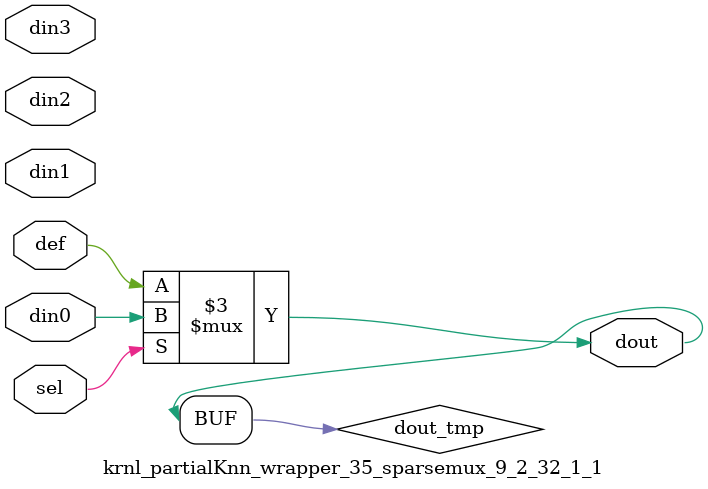
<source format=v>
`timescale 1ns / 1ps

module krnl_partialKnn_wrapper_35_sparsemux_9_2_32_1_1 (din0,din1,din2,din3,def,sel,dout);

parameter din0_WIDTH = 1;

parameter din1_WIDTH = 1;

parameter din2_WIDTH = 1;

parameter din3_WIDTH = 1;

parameter def_WIDTH = 1;
parameter sel_WIDTH = 1;
parameter dout_WIDTH = 1;

parameter [sel_WIDTH-1:0] CASE0 = 1;

parameter [sel_WIDTH-1:0] CASE1 = 1;

parameter [sel_WIDTH-1:0] CASE2 = 1;

parameter [sel_WIDTH-1:0] CASE3 = 1;

parameter ID = 1;
parameter NUM_STAGE = 1;



input [din0_WIDTH-1:0] din0;

input [din1_WIDTH-1:0] din1;

input [din2_WIDTH-1:0] din2;

input [din3_WIDTH-1:0] din3;

input [def_WIDTH-1:0] def;
input [sel_WIDTH-1:0] sel;

output [dout_WIDTH-1:0] dout;



reg [dout_WIDTH-1:0] dout_tmp;

always @ (*) begin
case (sel)
    
    CASE0 : dout_tmp = din0;
    
    CASE1 : dout_tmp = din1;
    
    CASE2 : dout_tmp = din2;
    
    CASE3 : dout_tmp = din3;
    
    default : dout_tmp = def;
endcase
end


assign dout = dout_tmp;



endmodule

</source>
